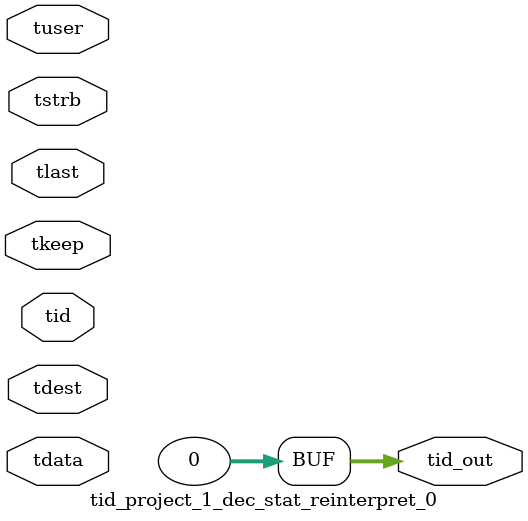
<source format=v>


`timescale 1ps/1ps

module tid_project_1_dec_stat_reinterpret_0 #
(
parameter C_S_AXIS_TID_WIDTH   = 1,
parameter C_S_AXIS_TUSER_WIDTH = 0,
parameter C_S_AXIS_TDATA_WIDTH = 0,
parameter C_S_AXIS_TDEST_WIDTH = 0,
parameter C_M_AXIS_TID_WIDTH   = 32
)
(
input  [(C_S_AXIS_TID_WIDTH   == 0 ? 1 : C_S_AXIS_TID_WIDTH)-1:0       ] tid,
input  [(C_S_AXIS_TDATA_WIDTH == 0 ? 1 : C_S_AXIS_TDATA_WIDTH)-1:0     ] tdata,
input  [(C_S_AXIS_TUSER_WIDTH == 0 ? 1 : C_S_AXIS_TUSER_WIDTH)-1:0     ] tuser,
input  [(C_S_AXIS_TDEST_WIDTH == 0 ? 1 : C_S_AXIS_TDEST_WIDTH)-1:0     ] tdest,
input  [(C_S_AXIS_TDATA_WIDTH/8)-1:0 ] tkeep,
input  [(C_S_AXIS_TDATA_WIDTH/8)-1:0 ] tstrb,
input                                                                    tlast,
output [(C_M_AXIS_TID_WIDTH   == 0 ? 1 : C_M_AXIS_TID_WIDTH)-1:0       ] tid_out
);

assign tid_out = {1'b0};

endmodule


</source>
